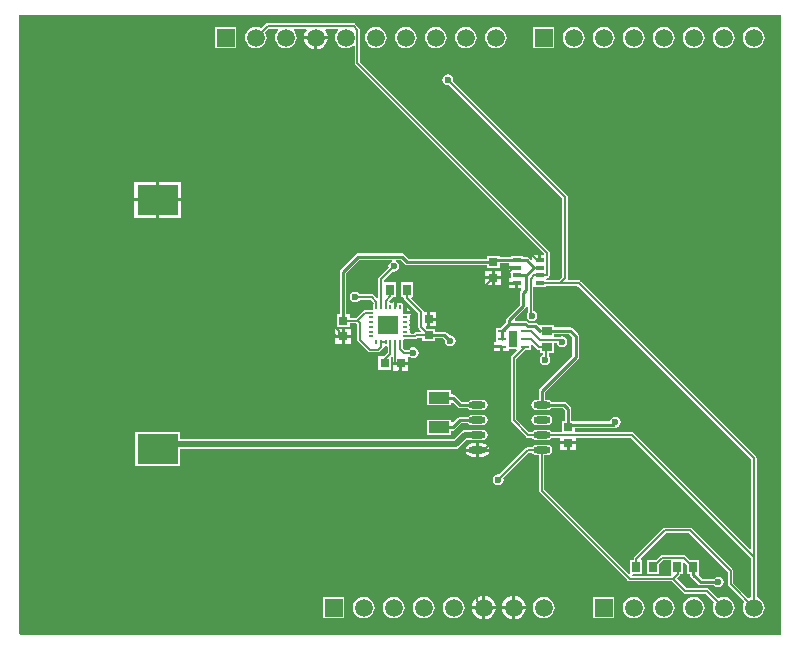
<source format=gtl>
%FSLAX25Y25*%
%MOIN*%
G70*
G01*
G75*
G04 Layer_Physical_Order=1*
G04 Layer_Color=255*
%ADD10R,0.02953X0.01378*%
%ADD11R,0.13780X0.10236*%
%ADD12R,0.02756X0.03543*%
%ADD13R,0.02953X0.03150*%
%ADD14R,0.03150X0.02953*%
%ADD15R,0.03543X0.02756*%
%ADD16R,0.02559X0.05315*%
%ADD17R,0.02953X0.00984*%
%ADD18O,0.01969X0.00787*%
%ADD19O,0.00787X0.01969*%
%ADD20R,0.06693X0.06063*%
%ADD21O,0.05709X0.02362*%
%ADD22R,0.07087X0.03937*%
%ADD23C,0.00598*%
%ADD24C,0.02016*%
%ADD25C,0.01000*%
%ADD26C,0.05906*%
%ADD27R,0.05906X0.05906*%
%ADD28C,0.02362*%
G36*
X255000Y1000D02*
X1500D01*
X1000Y1500D01*
Y207500D01*
X255000D01*
Y1000D01*
D02*
G37*
%LPC*%
G36*
X186575Y64342D02*
X184500D01*
Y62366D01*
X186575D01*
Y64342D01*
D02*
G37*
G36*
X183500D02*
X181425D01*
Y62366D01*
X183500D01*
Y64342D01*
D02*
G37*
G36*
X155445Y64724D02*
X154272D01*
Y63000D01*
X157569D01*
X157499Y63351D01*
X157017Y64073D01*
X156296Y64555D01*
X155445Y64724D01*
D02*
G37*
G36*
X153272D02*
X152098D01*
X151247Y64555D01*
X150526Y64073D01*
X150044Y63351D01*
X149974Y63000D01*
X153272D01*
Y64724D01*
D02*
G37*
G36*
X166406Y13921D02*
Y10500D01*
X169827D01*
X169757Y11032D01*
X169358Y11993D01*
X168725Y12819D01*
X167899Y13453D01*
X166937Y13851D01*
X166406Y13921D01*
D02*
G37*
G36*
X165406D02*
X164874Y13851D01*
X163912Y13453D01*
X163086Y12819D01*
X162453Y11993D01*
X162055Y11032D01*
X161985Y10500D01*
X165406D01*
Y13921D01*
D02*
G37*
G36*
X157569Y62000D02*
X154272D01*
Y60276D01*
X155445D01*
X156296Y60445D01*
X157017Y60927D01*
X157499Y61649D01*
X157569Y62000D01*
D02*
G37*
G36*
X153272D02*
X149974D01*
X150044Y61649D01*
X150526Y60927D01*
X151247Y60445D01*
X152098Y60276D01*
X153272D01*
Y62000D01*
D02*
G37*
G36*
X161409Y96441D02*
X159433D01*
Y95449D01*
X161409D01*
Y96441D01*
D02*
G37*
G36*
X130634Y91000D02*
X128657D01*
Y88925D01*
X130634D01*
Y91000D01*
D02*
G37*
G36*
X111575Y99843D02*
X109500D01*
Y97866D01*
X111575D01*
Y99843D01*
D02*
G37*
G36*
X108500D02*
X106425D01*
Y97866D01*
X108500D01*
Y99843D01*
D02*
G37*
G36*
X155445Y74314D02*
X152098D01*
X151404Y74176D01*
X150815Y73783D01*
X150707Y73620D01*
X148000D01*
X147571Y73535D01*
X147208Y73292D01*
X145604Y71688D01*
X145142Y71879D01*
Y72646D01*
X136858D01*
Y67512D01*
X145142D01*
Y68959D01*
X145579D01*
X146007Y69044D01*
X146371Y69287D01*
X148464Y71380D01*
X150707D01*
X150815Y71217D01*
X151404Y70824D01*
X152098Y70686D01*
X155445D01*
X156139Y70824D01*
X156728Y71217D01*
X157121Y71806D01*
X157259Y72500D01*
X157121Y73194D01*
X156728Y73783D01*
X156139Y74176D01*
X155445Y74314D01*
D02*
G37*
G36*
Y69314D02*
X152098D01*
X151404Y69176D01*
X151346Y69138D01*
X149500D01*
X148873Y69013D01*
X148342Y68658D01*
X145822Y66138D01*
X54732D01*
Y68512D01*
X39756D01*
Y57079D01*
X54732D01*
Y62862D01*
X146500D01*
X147127Y62987D01*
X147658Y63342D01*
X150178Y65862D01*
X151346D01*
X151404Y65824D01*
X152098Y65686D01*
X155445D01*
X156139Y65824D01*
X156728Y66217D01*
X157121Y66806D01*
X157259Y67500D01*
X157121Y68194D01*
X156728Y68783D01*
X156139Y69176D01*
X155445Y69314D01*
D02*
G37*
G36*
X127657Y91000D02*
X125681D01*
Y88925D01*
X127657D01*
Y91000D01*
D02*
G37*
G36*
X145142Y82488D02*
X136858D01*
Y77354D01*
X145142D01*
Y78121D01*
X145604Y78312D01*
X147208Y76708D01*
X147571Y76465D01*
X148000Y76380D01*
X150707D01*
X150815Y76217D01*
X151404Y75824D01*
X152098Y75686D01*
X155445D01*
X156139Y75824D01*
X156728Y76217D01*
X157121Y76806D01*
X157259Y77500D01*
X157121Y78194D01*
X156728Y78783D01*
X156139Y79176D01*
X155445Y79314D01*
X152098D01*
X151404Y79176D01*
X150815Y78783D01*
X150707Y78620D01*
X148464D01*
X146371Y80713D01*
X146007Y80956D01*
X145579Y81041D01*
X145142D01*
Y82488D01*
D02*
G37*
G36*
X125906Y13582D02*
X124979Y13460D01*
X124115Y13102D01*
X123373Y12533D01*
X122804Y11791D01*
X122446Y10927D01*
X122324Y10000D01*
X122446Y9073D01*
X122804Y8209D01*
X123373Y7467D01*
X124115Y6898D01*
X124979Y6540D01*
X125906Y6418D01*
X126833Y6540D01*
X127697Y6898D01*
X128438Y7467D01*
X129007Y8209D01*
X129365Y9073D01*
X129487Y10000D01*
X129365Y10927D01*
X129007Y11791D01*
X128438Y12533D01*
X127697Y13102D01*
X126833Y13460D01*
X125906Y13582D01*
D02*
G37*
G36*
X115906D02*
X114979Y13460D01*
X114115Y13102D01*
X113373Y12533D01*
X112804Y11791D01*
X112446Y10927D01*
X112324Y10000D01*
X112446Y9073D01*
X112804Y8209D01*
X113373Y7467D01*
X114115Y6898D01*
X114979Y6540D01*
X115906Y6418D01*
X116833Y6540D01*
X117696Y6898D01*
X118438Y7467D01*
X119008Y8209D01*
X119365Y9073D01*
X119487Y10000D01*
X119365Y10927D01*
X119008Y11791D01*
X118438Y12533D01*
X117696Y13102D01*
X116833Y13460D01*
X115906Y13582D01*
D02*
G37*
G36*
X145906D02*
X144979Y13460D01*
X144115Y13102D01*
X143373Y12533D01*
X142804Y11791D01*
X142446Y10927D01*
X142324Y10000D01*
X142446Y9073D01*
X142804Y8209D01*
X143373Y7467D01*
X144115Y6898D01*
X144979Y6540D01*
X145906Y6418D01*
X146833Y6540D01*
X147696Y6898D01*
X148438Y7467D01*
X149007Y8209D01*
X149365Y9073D01*
X149487Y10000D01*
X149365Y10927D01*
X149007Y11791D01*
X148438Y12533D01*
X147696Y13102D01*
X146833Y13460D01*
X145906Y13582D01*
D02*
G37*
G36*
X135906D02*
X134979Y13460D01*
X134115Y13102D01*
X133373Y12533D01*
X132804Y11791D01*
X132446Y10927D01*
X132324Y10000D01*
X132446Y9073D01*
X132804Y8209D01*
X133373Y7467D01*
X134115Y6898D01*
X134979Y6540D01*
X135906Y6418D01*
X136833Y6540D01*
X137697Y6898D01*
X138438Y7467D01*
X139007Y8209D01*
X139365Y9073D01*
X139487Y10000D01*
X139365Y10927D01*
X139007Y11791D01*
X138438Y12533D01*
X137697Y13102D01*
X136833Y13460D01*
X135906Y13582D01*
D02*
G37*
G36*
X159827Y9500D02*
X156406D01*
Y6079D01*
X156938Y6149D01*
X157899Y6547D01*
X158725Y7181D01*
X159358Y8007D01*
X159757Y8968D01*
X159827Y9500D01*
D02*
G37*
G36*
X155406D02*
X151985D01*
X152055Y8968D01*
X152453Y8007D01*
X153086Y7181D01*
X153912Y6547D01*
X154874Y6149D01*
X155406Y6079D01*
Y9500D01*
D02*
G37*
G36*
X169827D02*
X166406D01*
Y6079D01*
X166937Y6149D01*
X167899Y6547D01*
X168725Y7181D01*
X169358Y8007D01*
X169757Y8968D01*
X169827Y9500D01*
D02*
G37*
G36*
X165406D02*
X161985D01*
X162055Y8968D01*
X162453Y8007D01*
X163086Y7181D01*
X163912Y6547D01*
X164874Y6149D01*
X165406Y6079D01*
Y9500D01*
D02*
G37*
G36*
X199457Y13551D02*
X192354D01*
Y6449D01*
X199457D01*
Y13551D01*
D02*
G37*
G36*
X109457D02*
X102354D01*
Y6449D01*
X109457D01*
Y13551D01*
D02*
G37*
G36*
X156406Y13921D02*
Y10500D01*
X159827D01*
X159757Y11032D01*
X159358Y11993D01*
X158725Y12819D01*
X157899Y13453D01*
X156938Y13851D01*
X156406Y13921D01*
D02*
G37*
G36*
X155406D02*
X154874Y13851D01*
X153912Y13453D01*
X153086Y12819D01*
X152453Y11993D01*
X152055Y11032D01*
X151985Y10500D01*
X155406D01*
Y13921D01*
D02*
G37*
G36*
X205906Y13582D02*
X204979Y13460D01*
X204115Y13102D01*
X203373Y12533D01*
X202804Y11791D01*
X202446Y10927D01*
X202324Y10000D01*
X202446Y9073D01*
X202804Y8209D01*
X203373Y7467D01*
X204115Y6898D01*
X204979Y6540D01*
X205906Y6418D01*
X206833Y6540D01*
X207697Y6898D01*
X208438Y7467D01*
X209008Y8209D01*
X209365Y9073D01*
X209487Y10000D01*
X209365Y10927D01*
X209008Y11791D01*
X208438Y12533D01*
X207697Y13102D01*
X206833Y13460D01*
X205906Y13582D01*
D02*
G37*
G36*
X175906D02*
X174979Y13460D01*
X174115Y13102D01*
X173373Y12533D01*
X172804Y11791D01*
X172446Y10927D01*
X172324Y10000D01*
X172446Y9073D01*
X172804Y8209D01*
X173373Y7467D01*
X174115Y6898D01*
X174979Y6540D01*
X175906Y6418D01*
X176833Y6540D01*
X177697Y6898D01*
X178438Y7467D01*
X179007Y8209D01*
X179365Y9073D01*
X179487Y10000D01*
X179365Y10927D01*
X179007Y11791D01*
X178438Y12533D01*
X177697Y13102D01*
X176833Y13460D01*
X175906Y13582D01*
D02*
G37*
G36*
X225906D02*
X224979Y13460D01*
X224115Y13102D01*
X223373Y12533D01*
X222804Y11791D01*
X222446Y10927D01*
X222324Y10000D01*
X222446Y9073D01*
X222804Y8209D01*
X223373Y7467D01*
X224115Y6898D01*
X224979Y6540D01*
X225906Y6418D01*
X226833Y6540D01*
X227696Y6898D01*
X228438Y7467D01*
X229008Y8209D01*
X229365Y9073D01*
X229487Y10000D01*
X229365Y10927D01*
X229008Y11791D01*
X228438Y12533D01*
X227696Y13102D01*
X226833Y13460D01*
X225906Y13582D01*
D02*
G37*
G36*
X215906D02*
X214979Y13460D01*
X214115Y13102D01*
X213373Y12533D01*
X212804Y11791D01*
X212446Y10927D01*
X212324Y10000D01*
X212446Y9073D01*
X212804Y8209D01*
X213373Y7467D01*
X214115Y6898D01*
X214979Y6540D01*
X215906Y6418D01*
X216833Y6540D01*
X217696Y6898D01*
X218438Y7467D01*
X219007Y8209D01*
X219365Y9073D01*
X219487Y10000D01*
X219365Y10927D01*
X219007Y11791D01*
X218438Y12533D01*
X217696Y13102D01*
X216833Y13460D01*
X215906Y13582D01*
D02*
G37*
G36*
X149921Y203582D02*
X148994Y203460D01*
X148130Y203102D01*
X147389Y202533D01*
X146819Y201791D01*
X146461Y200927D01*
X146339Y200000D01*
X146461Y199073D01*
X146819Y198209D01*
X147389Y197467D01*
X148130Y196898D01*
X148994Y196540D01*
X149921Y196418D01*
X150848Y196540D01*
X151712Y196898D01*
X152454Y197467D01*
X153023Y198209D01*
X153381Y199073D01*
X153503Y200000D01*
X153381Y200927D01*
X153023Y201791D01*
X152454Y202533D01*
X151712Y203102D01*
X150848Y203460D01*
X149921Y203582D01*
D02*
G37*
G36*
X139921D02*
X138994Y203460D01*
X138130Y203102D01*
X137389Y202533D01*
X136819Y201791D01*
X136461Y200927D01*
X136339Y200000D01*
X136461Y199073D01*
X136819Y198209D01*
X137389Y197467D01*
X138130Y196898D01*
X138994Y196540D01*
X139921Y196418D01*
X140848Y196540D01*
X141712Y196898D01*
X142454Y197467D01*
X143023Y198209D01*
X143381Y199073D01*
X143503Y200000D01*
X143381Y200927D01*
X143023Y201791D01*
X142454Y202533D01*
X141712Y203102D01*
X140848Y203460D01*
X139921Y203582D01*
D02*
G37*
G36*
X185906D02*
X184979Y203460D01*
X184115Y203102D01*
X183373Y202533D01*
X182804Y201791D01*
X182446Y200927D01*
X182324Y200000D01*
X182446Y199073D01*
X182804Y198209D01*
X183373Y197467D01*
X184115Y196898D01*
X184979Y196540D01*
X185906Y196418D01*
X186833Y196540D01*
X187697Y196898D01*
X188438Y197467D01*
X189007Y198209D01*
X189365Y199073D01*
X189487Y200000D01*
X189365Y200927D01*
X189007Y201791D01*
X188438Y202533D01*
X187697Y203102D01*
X186833Y203460D01*
X185906Y203582D01*
D02*
G37*
G36*
X159921D02*
X158994Y203460D01*
X158130Y203102D01*
X157388Y202533D01*
X156819Y201791D01*
X156461Y200927D01*
X156339Y200000D01*
X156461Y199073D01*
X156819Y198209D01*
X157388Y197467D01*
X158130Y196898D01*
X158994Y196540D01*
X159921Y196418D01*
X160848Y196540D01*
X161712Y196898D01*
X162454Y197467D01*
X163023Y198209D01*
X163381Y199073D01*
X163503Y200000D01*
X163381Y200927D01*
X163023Y201791D01*
X162454Y202533D01*
X161712Y203102D01*
X160848Y203460D01*
X159921Y203582D01*
D02*
G37*
G36*
X103842Y199500D02*
X100421D01*
Y196079D01*
X100953Y196149D01*
X101915Y196547D01*
X102740Y197181D01*
X103374Y198007D01*
X103772Y198968D01*
X103842Y199500D01*
D02*
G37*
G36*
X99421D02*
X96000D01*
X96070Y198968D01*
X96469Y198007D01*
X97102Y197181D01*
X97928Y196547D01*
X98889Y196149D01*
X99421Y196079D01*
Y199500D01*
D02*
G37*
G36*
X129921Y203582D02*
X128994Y203460D01*
X128130Y203102D01*
X127389Y202533D01*
X126819Y201791D01*
X126461Y200927D01*
X126339Y200000D01*
X126461Y199073D01*
X126819Y198209D01*
X127389Y197467D01*
X128130Y196898D01*
X128994Y196540D01*
X129921Y196418D01*
X130848Y196540D01*
X131712Y196898D01*
X132454Y197467D01*
X133023Y198209D01*
X133381Y199073D01*
X133503Y200000D01*
X133381Y200927D01*
X133023Y201791D01*
X132454Y202533D01*
X131712Y203102D01*
X130848Y203460D01*
X129921Y203582D01*
D02*
G37*
G36*
X119921D02*
X118994Y203460D01*
X118130Y203102D01*
X117388Y202533D01*
X116819Y201791D01*
X116461Y200927D01*
X116339Y200000D01*
X116461Y199073D01*
X116819Y198209D01*
X117388Y197467D01*
X118130Y196898D01*
X118994Y196540D01*
X119921Y196418D01*
X120848Y196540D01*
X121712Y196898D01*
X122454Y197467D01*
X123023Y198209D01*
X123381Y199073D01*
X123503Y200000D01*
X123381Y200927D01*
X123023Y201791D01*
X122454Y202533D01*
X121712Y203102D01*
X120848Y203460D01*
X119921Y203582D01*
D02*
G37*
G36*
X195906D02*
X194979Y203460D01*
X194115Y203102D01*
X193373Y202533D01*
X192804Y201791D01*
X192446Y200927D01*
X192324Y200000D01*
X192446Y199073D01*
X192804Y198209D01*
X193373Y197467D01*
X194115Y196898D01*
X194979Y196540D01*
X195906Y196418D01*
X196833Y196540D01*
X197696Y196898D01*
X198438Y197467D01*
X199007Y198209D01*
X199365Y199073D01*
X199487Y200000D01*
X199365Y200927D01*
X199007Y201791D01*
X198438Y202533D01*
X197696Y203102D01*
X196833Y203460D01*
X195906Y203582D01*
D02*
G37*
G36*
X73472Y203551D02*
X66370D01*
Y196449D01*
X73472D01*
Y203551D01*
D02*
G37*
G36*
X245906Y203582D02*
X244979Y203460D01*
X244115Y203102D01*
X243373Y202533D01*
X242804Y201791D01*
X242446Y200927D01*
X242324Y200000D01*
X242446Y199073D01*
X242804Y198209D01*
X243373Y197467D01*
X244115Y196898D01*
X244979Y196540D01*
X245906Y196418D01*
X246833Y196540D01*
X247696Y196898D01*
X248438Y197467D01*
X249008Y198209D01*
X249365Y199073D01*
X249487Y200000D01*
X249365Y200927D01*
X249008Y201791D01*
X248438Y202533D01*
X247696Y203102D01*
X246833Y203460D01*
X245906Y203582D01*
D02*
G37*
G36*
X112500Y204815D02*
X112500Y204815D01*
X83821D01*
X83471Y204746D01*
X83352Y204666D01*
X83174Y204547D01*
X83174Y204547D01*
X81722Y203095D01*
X81712Y203102D01*
X80848Y203460D01*
X79921Y203582D01*
X78994Y203460D01*
X78130Y203102D01*
X77389Y202533D01*
X76819Y201791D01*
X76461Y200927D01*
X76339Y200000D01*
X76461Y199073D01*
X76819Y198209D01*
X77389Y197467D01*
X78130Y196898D01*
X78994Y196540D01*
X79921Y196418D01*
X80848Y196540D01*
X81712Y196898D01*
X82454Y197467D01*
X83023Y198209D01*
X83381Y199073D01*
X83503Y200000D01*
X83381Y200927D01*
X83023Y201791D01*
X83016Y201800D01*
X84200Y202985D01*
X87235D01*
X87267Y202889D01*
X87352Y202485D01*
X86819Y201791D01*
X86461Y200927D01*
X86339Y200000D01*
X86461Y199073D01*
X86819Y198209D01*
X87388Y197467D01*
X88130Y196898D01*
X88994Y196540D01*
X89921Y196418D01*
X90848Y196540D01*
X91712Y196898D01*
X92454Y197467D01*
X93023Y198209D01*
X93381Y199073D01*
X93503Y200000D01*
X93381Y200927D01*
X93023Y201791D01*
X92491Y202485D01*
X92575Y202889D01*
X92607Y202985D01*
X96599D01*
X96846Y202485D01*
X96469Y201993D01*
X96070Y201032D01*
X96000Y200500D01*
X103842D01*
X103772Y201032D01*
X103374Y201993D01*
X102997Y202485D01*
X103244Y202985D01*
X107235D01*
X107267Y202889D01*
X107352Y202485D01*
X106819Y201791D01*
X106461Y200927D01*
X106339Y200000D01*
X106461Y199073D01*
X106819Y198209D01*
X107388Y197467D01*
X108130Y196898D01*
X108994Y196540D01*
X109921Y196418D01*
X110848Y196540D01*
X111712Y196898D01*
X112385Y197414D01*
X112885Y197290D01*
Y191500D01*
X112885Y191500D01*
X112954Y191150D01*
X113153Y190853D01*
X175978Y128028D01*
X175827Y127528D01*
X175028D01*
Y125839D01*
X174028D01*
Y127528D01*
X172051D01*
Y126186D01*
X171589Y125995D01*
X170953Y126630D01*
X170590Y126873D01*
X170161Y126959D01*
X169004D01*
Y127126D01*
X164854D01*
Y126959D01*
X161173D01*
Y127232D01*
X156827D01*
Y126277D01*
X130807D01*
X129292Y127792D01*
X128929Y128035D01*
X128500Y128120D01*
X114000D01*
X113571Y128035D01*
X113426Y127937D01*
X113208Y127792D01*
X108208Y122792D01*
X107965Y122429D01*
X107880Y122000D01*
Y107732D01*
X106827D01*
Y103583D01*
X111173D01*
Y104742D01*
X113463D01*
X113785Y104421D01*
Y99300D01*
X113785Y99300D01*
X113854Y98950D01*
X114053Y98653D01*
X117353Y95353D01*
X117353Y95353D01*
X117650Y95154D01*
X118000Y95085D01*
X120700D01*
X120700Y95085D01*
X121050Y95154D01*
X121347Y95353D01*
X122301Y96306D01*
X122301Y96306D01*
X122420Y96484D01*
X122499Y96603D01*
X122520Y96710D01*
X122752Y96990D01*
X123069Y97052D01*
X123228Y97020D01*
X123388Y97052D01*
X123888Y96723D01*
Y95037D01*
X122525Y93673D01*
X120768D01*
Y89327D01*
X124917D01*
Y93351D01*
X125196Y93569D01*
X125681Y93352D01*
Y92000D01*
X130634D01*
Y93582D01*
Y93608D01*
X131134Y93760D01*
X131164Y93714D01*
X131753Y93321D01*
X132447Y93183D01*
X133142Y93321D01*
X133730Y93714D01*
X134124Y94303D01*
X134262Y94997D01*
X134124Y95692D01*
X133730Y96280D01*
X133142Y96674D01*
X132447Y96812D01*
X131753Y96674D01*
X131164Y96280D01*
X130919Y95912D01*
X129585D01*
X128868Y96629D01*
Y97615D01*
X128887Y97644D01*
X128964Y98031D01*
Y98906D01*
X129089Y99257D01*
X129440Y99382D01*
X130315D01*
X130702Y99459D01*
X130731Y99479D01*
X132894D01*
X132894Y99479D01*
X133244Y99548D01*
X133541Y99747D01*
X133722Y99927D01*
X135327D01*
Y98768D01*
X139673D01*
Y99723D01*
X142294D01*
X142924Y99092D01*
X142886Y98900D01*
X143024Y98206D01*
X143417Y97617D01*
X144006Y97224D01*
X144700Y97086D01*
X145394Y97224D01*
X145983Y97617D01*
X146376Y98206D01*
X146514Y98900D01*
X146376Y99594D01*
X145983Y100183D01*
X145394Y100576D01*
X144700Y100714D01*
X144508Y100676D01*
X143549Y101635D01*
X143186Y101877D01*
X142757Y101962D01*
X139673D01*
Y102917D01*
X136827D01*
X136587Y103214D01*
X136792Y103681D01*
X137000D01*
Y106158D01*
Y108634D01*
X135900D01*
X135846Y108906D01*
X135647Y109203D01*
X135647Y109203D01*
X131682Y113168D01*
X131874Y113630D01*
X132232D01*
Y118370D01*
X128280D01*
Y113630D01*
X129006D01*
X129341Y113300D01*
X129410Y112950D01*
X129609Y112653D01*
X134085Y108177D01*
Y103400D01*
X134085Y103400D01*
X134154Y103050D01*
X134353Y102753D01*
X134848Y102258D01*
X134641Y101758D01*
X133343D01*
X133343Y101758D01*
X132992Y101688D01*
X132695Y101490D01*
X132695Y101490D01*
X132515Y101309D01*
X131623D01*
X131295Y101809D01*
X131326Y101969D01*
X131249Y102356D01*
X131241Y102368D01*
X131063Y102756D01*
X131241Y103144D01*
X131249Y103156D01*
X131326Y103543D01*
X131249Y103930D01*
X131241Y103943D01*
X131063Y104331D01*
X131241Y104719D01*
X131249Y104731D01*
X131326Y105118D01*
X131249Y105505D01*
X131241Y105517D01*
X131063Y105906D01*
X131241Y106294D01*
X131249Y106306D01*
X131326Y106693D01*
X131249Y107080D01*
X131281Y107237D01*
X131320Y107263D01*
X131628Y107724D01*
X131637Y107768D01*
X129724D01*
Y108268D01*
X129224D01*
Y109689D01*
X129134D01*
X128964Y109828D01*
Y110630D01*
X128887Y111017D01*
X128668Y111345D01*
X128340Y111565D01*
X127953Y111642D01*
X127566Y111565D01*
X127409Y111596D01*
X127383Y111635D01*
X126922Y111943D01*
X126878Y111951D01*
Y110039D01*
X125878D01*
Y111951D01*
X125834Y111943D01*
X125373Y111635D01*
X125347Y111596D01*
X125190Y111565D01*
X124803Y111642D01*
X124644Y111610D01*
X124636Y111613D01*
X124392Y112070D01*
X125391Y113068D01*
X125391Y113068D01*
X125510Y113246D01*
X125590Y113365D01*
X125642Y113630D01*
X126720D01*
Y118370D01*
X122768D01*
X122569Y118788D01*
Y119074D01*
X125466Y121972D01*
X125900Y121886D01*
X126594Y122024D01*
X127183Y122417D01*
X127576Y123006D01*
X127714Y123700D01*
X127576Y124394D01*
X127183Y124983D01*
X126594Y125376D01*
X126575Y125380D01*
X126625Y125880D01*
X128036D01*
X129551Y124365D01*
X129914Y124123D01*
X130343Y124037D01*
X156827D01*
Y123083D01*
X161173D01*
Y124719D01*
X164453D01*
Y123780D01*
X166929D01*
Y122780D01*
X164453D01*
Y121591D01*
X164854D01*
Y119850D01*
X164453D01*
Y118661D01*
X166929D01*
Y118161D01*
X167429D01*
Y116472D01*
X168182D01*
X168389Y115972D01*
X168208Y115792D01*
X167965Y115429D01*
X167880Y115000D01*
Y110964D01*
X163558Y106642D01*
X163316Y106279D01*
X163230Y105850D01*
Y104964D01*
X161416Y103149D01*
X159835D01*
Y100969D01*
X159835D01*
Y100591D01*
X159835D01*
Y98433D01*
X159433D01*
Y97441D01*
X161909D01*
Y96941D01*
X162409D01*
Y95449D01*
X164386D01*
Y96244D01*
X166802D01*
X167009Y95744D01*
X165231Y93966D01*
X165032Y93669D01*
X164963Y93319D01*
X164963Y93319D01*
Y72372D01*
X164963Y72372D01*
X165032Y72022D01*
X165231Y71725D01*
X170103Y66853D01*
X170103Y66853D01*
X170400Y66654D01*
X170750Y66585D01*
X170750Y66585D01*
X172027D01*
X172272Y66217D01*
X172861Y65824D01*
X173555Y65686D01*
X176902D01*
X177596Y65824D01*
X178185Y66217D01*
X178430Y66585D01*
X181425D01*
Y65342D01*
X186575D01*
Y66585D01*
X204821D01*
X244990Y26415D01*
Y13461D01*
X244979Y13460D01*
X244115Y13102D01*
X244105Y13095D01*
X239077Y18123D01*
Y22153D01*
X239008Y22503D01*
X238928Y22622D01*
X238809Y22800D01*
X238809Y22800D01*
X225262Y36347D01*
X224965Y36546D01*
X224615Y36615D01*
X224615Y36615D01*
X216244D01*
X216244Y36615D01*
X215894Y36546D01*
X215597Y36347D01*
X215597Y36347D01*
X206097Y26847D01*
X205898Y26550D01*
X205829Y26200D01*
X205494Y25870D01*
X204768D01*
X204768Y21504D01*
Y21479D01*
D01*
Y21455D01*
X204768Y21444D01*
Y21437D01*
Y21434D01*
Y21434D01*
X204760Y21431D01*
X204745Y21425D01*
X204725Y21416D01*
X204690Y21402D01*
X204690Y21402D01*
X204683Y21399D01*
X204268Y21227D01*
X176115Y49379D01*
Y60686D01*
X176902D01*
X177596Y60824D01*
X178185Y61217D01*
X178578Y61806D01*
X178716Y62500D01*
X178578Y63194D01*
X178185Y63783D01*
X177596Y64176D01*
X176902Y64314D01*
X173555D01*
X172861Y64176D01*
X172272Y63783D01*
X172027Y63415D01*
X170550D01*
X170550Y63415D01*
X170200Y63346D01*
X169903Y63147D01*
X169903Y63147D01*
X161109Y54353D01*
X160675Y54439D01*
X159981Y54301D01*
X159392Y53908D01*
X158999Y53319D01*
X158861Y52625D01*
X158999Y51931D01*
X159392Y51342D01*
X159981Y50949D01*
X160675Y50811D01*
X161369Y50949D01*
X161958Y51342D01*
X162351Y51931D01*
X162489Y52625D01*
X162403Y53059D01*
X170929Y61585D01*
X172027D01*
X172272Y61217D01*
X172861Y60824D01*
X173555Y60686D01*
X174285D01*
Y49000D01*
X174285Y49000D01*
X174354Y48650D01*
X174553Y48353D01*
X203919Y18986D01*
X203919Y18986D01*
X204216Y18788D01*
X204566Y18718D01*
X204567Y18718D01*
X218599D01*
X222464Y14853D01*
X222464Y14853D01*
X222642Y14734D01*
X222761Y14654D01*
X223111Y14585D01*
X230027D01*
X232811Y11800D01*
X232804Y11791D01*
X232446Y10927D01*
X232324Y10000D01*
X232446Y9073D01*
X232804Y8209D01*
X233373Y7467D01*
X234115Y6898D01*
X234979Y6540D01*
X235906Y6418D01*
X236833Y6540D01*
X237697Y6898D01*
X238438Y7467D01*
X239007Y8209D01*
X239365Y9073D01*
X239487Y10000D01*
X239365Y10927D01*
X239007Y11791D01*
X238438Y12533D01*
X237697Y13102D01*
X236833Y13460D01*
X235906Y13582D01*
X234979Y13460D01*
X234115Y13102D01*
X234105Y13095D01*
X231053Y16147D01*
X230756Y16346D01*
X230406Y16415D01*
X230405Y16415D01*
X223490D01*
X220272Y19634D01*
X221147Y20509D01*
X221147Y20509D01*
X221346Y20806D01*
X221410Y21130D01*
X222220D01*
Y25034D01*
X222720Y25241D01*
X223780Y24182D01*
Y21130D01*
X224636D01*
Y20900D01*
X224721Y20471D01*
X224964Y20108D01*
X227364Y17708D01*
X227727Y17465D01*
X228156Y17380D01*
X232708D01*
X232817Y17217D01*
X233406Y16824D01*
X234100Y16686D01*
X234794Y16824D01*
X235383Y17217D01*
X235776Y17806D01*
X235914Y18500D01*
X235776Y19194D01*
X235383Y19783D01*
X234794Y20176D01*
X234100Y20314D01*
X233406Y20176D01*
X232817Y19783D01*
X232708Y19620D01*
X228620D01*
X227550Y20690D01*
X227732Y21130D01*
X227732D01*
X227732Y21130D01*
Y25870D01*
X224680D01*
X223259Y27291D01*
X222962Y27490D01*
X222612Y27559D01*
X222612Y27559D01*
X215400D01*
X215400Y27559D01*
X215050Y27490D01*
X214753Y27291D01*
X214753Y27291D01*
X213332Y25870D01*
X210280D01*
Y21130D01*
X214232D01*
Y24182D01*
X215779Y25729D01*
X218268D01*
Y21130D01*
X218268D01*
X218280Y20630D01*
X218226Y20549D01*
X205372D01*
X205318Y20630D01*
X205585Y21130D01*
X208720D01*
Y25870D01*
X208362D01*
X208170Y26332D01*
X216623Y34785D01*
X224236D01*
X237247Y21774D01*
Y17743D01*
X237247Y17743D01*
X237317Y17393D01*
X237515Y17096D01*
X242811Y11800D01*
X242804Y11791D01*
X242446Y10927D01*
X242324Y10000D01*
X242446Y9073D01*
X242804Y8209D01*
X243373Y7467D01*
X244115Y6898D01*
X244979Y6540D01*
X245906Y6418D01*
X246833Y6540D01*
X247696Y6898D01*
X248438Y7467D01*
X249008Y8209D01*
X249365Y9073D01*
X249487Y10000D01*
X249365Y10927D01*
X249008Y11791D01*
X248438Y12533D01*
X247696Y13102D01*
X246833Y13460D01*
X246821Y13461D01*
Y26794D01*
X246821Y26794D01*
X246821Y26794D01*
Y59756D01*
X246821Y59756D01*
X246751Y60106D01*
X246672Y60225D01*
X246553Y60403D01*
X246553Y60403D01*
X188147Y118809D01*
X187850Y119007D01*
X187500Y119077D01*
X187500Y119077D01*
X184123D01*
X183995Y119208D01*
X183846Y119560D01*
X183849Y119577D01*
X183915Y119911D01*
Y146800D01*
X183915Y146800D01*
X183846Y147150D01*
X183647Y147447D01*
X145628Y185466D01*
X145714Y185900D01*
X145576Y186594D01*
X145183Y187183D01*
X144594Y187576D01*
X143900Y187714D01*
X143206Y187576D01*
X142617Y187183D01*
X142224Y186594D01*
X142086Y185900D01*
X142224Y185206D01*
X142617Y184617D01*
X143206Y184224D01*
X143900Y184086D01*
X144334Y184172D01*
X182085Y146421D01*
Y120291D01*
X180871Y119077D01*
X176888D01*
X176788Y119356D01*
X177091Y119843D01*
X177250Y119875D01*
X177547Y120073D01*
X177647Y120173D01*
X177647Y120173D01*
X177766Y120351D01*
X177846Y120470D01*
X177915Y120820D01*
X177915Y120820D01*
Y128300D01*
X177915Y128300D01*
X177846Y128650D01*
X177647Y128947D01*
X177647Y128947D01*
X114715Y191879D01*
Y202600D01*
X114715Y202600D01*
X114646Y202950D01*
X114447Y203247D01*
X114447Y203247D01*
X113147Y204547D01*
X112850Y204746D01*
X112500Y204815D01*
D02*
G37*
G36*
X179457Y203551D02*
X172354D01*
Y196449D01*
X179457D01*
Y203551D01*
D02*
G37*
G36*
X215906Y203582D02*
X214979Y203460D01*
X214115Y203102D01*
X213373Y202533D01*
X212804Y201791D01*
X212446Y200927D01*
X212324Y200000D01*
X212446Y199073D01*
X212804Y198209D01*
X213373Y197467D01*
X214115Y196898D01*
X214979Y196540D01*
X215906Y196418D01*
X216833Y196540D01*
X217696Y196898D01*
X218438Y197467D01*
X219007Y198209D01*
X219365Y199073D01*
X219487Y200000D01*
X219365Y200927D01*
X219007Y201791D01*
X218438Y202533D01*
X217696Y203102D01*
X216833Y203460D01*
X215906Y203582D01*
D02*
G37*
G36*
X205906D02*
X204979Y203460D01*
X204115Y203102D01*
X203373Y202533D01*
X202804Y201791D01*
X202446Y200927D01*
X202324Y200000D01*
X202446Y199073D01*
X202804Y198209D01*
X203373Y197467D01*
X204115Y196898D01*
X204979Y196540D01*
X205906Y196418D01*
X206833Y196540D01*
X207697Y196898D01*
X208438Y197467D01*
X209008Y198209D01*
X209365Y199073D01*
X209487Y200000D01*
X209365Y200927D01*
X209008Y201791D01*
X208438Y202533D01*
X207697Y203102D01*
X206833Y203460D01*
X205906Y203582D01*
D02*
G37*
G36*
X235906D02*
X234979Y203460D01*
X234115Y203102D01*
X233373Y202533D01*
X232804Y201791D01*
X232446Y200927D01*
X232324Y200000D01*
X232446Y199073D01*
X232804Y198209D01*
X233373Y197467D01*
X234115Y196898D01*
X234979Y196540D01*
X235906Y196418D01*
X236833Y196540D01*
X237697Y196898D01*
X238438Y197467D01*
X239007Y198209D01*
X239365Y199073D01*
X239487Y200000D01*
X239365Y200927D01*
X239007Y201791D01*
X238438Y202533D01*
X237697Y203102D01*
X236833Y203460D01*
X235906Y203582D01*
D02*
G37*
G36*
X225906D02*
X224979Y203460D01*
X224115Y203102D01*
X223373Y202533D01*
X222804Y201791D01*
X222446Y200927D01*
X222324Y200000D01*
X222446Y199073D01*
X222804Y198209D01*
X223373Y197467D01*
X224115Y196898D01*
X224979Y196540D01*
X225906Y196418D01*
X226833Y196540D01*
X227696Y196898D01*
X228438Y197467D01*
X229008Y198209D01*
X229365Y199073D01*
X229487Y200000D01*
X229365Y200927D01*
X229008Y201791D01*
X228438Y202533D01*
X227696Y203102D01*
X226833Y203460D01*
X225906Y203582D01*
D02*
G37*
G36*
X55134Y151984D02*
X47744D01*
Y146366D01*
X55134D01*
Y151984D01*
D02*
G37*
G36*
X166429Y117661D02*
X164453D01*
Y116472D01*
X166429D01*
Y117661D01*
D02*
G37*
G36*
X108500Y102819D02*
X106425D01*
Y100842D01*
X108500D01*
Y102819D01*
D02*
G37*
G36*
X111575D02*
X109500D01*
Y100842D01*
X111575D01*
Y102819D01*
D02*
G37*
G36*
X140075Y105657D02*
X138000D01*
Y103681D01*
X140075D01*
Y105657D01*
D02*
G37*
G36*
Y108634D02*
X138000D01*
Y106658D01*
X140075D01*
Y108634D01*
D02*
G37*
G36*
X130315Y109689D02*
X130224D01*
Y108768D01*
X131637D01*
X131628Y108812D01*
X131320Y109273D01*
X130859Y109581D01*
X130315Y109689D01*
D02*
G37*
G36*
X158500Y119343D02*
X156425D01*
Y117366D01*
X158500D01*
Y119343D01*
D02*
G37*
G36*
X46744Y151984D02*
X39354D01*
Y146366D01*
X46744D01*
Y151984D01*
D02*
G37*
G36*
Y145366D02*
X39354D01*
Y139748D01*
X46744D01*
Y145366D01*
D02*
G37*
G36*
X55134D02*
X47744D01*
Y139748D01*
X55134D01*
Y145366D01*
D02*
G37*
G36*
X161575Y119343D02*
X159500D01*
Y117366D01*
X161575D01*
Y119343D01*
D02*
G37*
G36*
X158500Y122319D02*
X156425D01*
Y120343D01*
X158500D01*
Y122319D01*
D02*
G37*
G36*
X161575D02*
X159500D01*
Y120343D01*
X161575D01*
Y122319D01*
D02*
G37*
%LPD*%
G36*
X185380Y100036D02*
Y93964D01*
X174508Y83092D01*
X174265Y82729D01*
X174180Y82300D01*
Y79314D01*
X173555D01*
X172861Y79176D01*
X172272Y78783D01*
X171879Y78194D01*
X171741Y77500D01*
X171879Y76806D01*
X172272Y76217D01*
X172861Y75824D01*
X173555Y75686D01*
X176902D01*
X177596Y75824D01*
X178185Y76217D01*
X178294Y76380D01*
X182286D01*
X182880Y75786D01*
Y72232D01*
X181827D01*
Y68415D01*
X178430D01*
X178185Y68783D01*
X177596Y69176D01*
X176902Y69314D01*
X173555D01*
X172861Y69176D01*
X172272Y68783D01*
X172027Y68415D01*
X171129D01*
X166793Y72751D01*
Y92940D01*
X169704Y95850D01*
X171622D01*
Y97576D01*
X172122Y97784D01*
X173809Y96097D01*
X173809Y96097D01*
X173987Y95978D01*
X174106Y95898D01*
X174456Y95829D01*
X174630D01*
Y94768D01*
X175685D01*
Y94192D01*
X175606Y94176D01*
X175017Y93783D01*
X174624Y93194D01*
X174486Y92500D01*
X174624Y91806D01*
X175017Y91217D01*
X175606Y90824D01*
X176300Y90686D01*
X176994Y90824D01*
X177583Y91217D01*
X177976Y91806D01*
X178114Y92500D01*
X177976Y93194D01*
X177583Y93783D01*
X177515Y93828D01*
Y94768D01*
X179370D01*
Y98185D01*
X180168D01*
X180224Y97906D01*
X180617Y97317D01*
X181206Y96924D01*
X181900Y96786D01*
X182594Y96924D01*
X183183Y97317D01*
X183576Y97906D01*
X183714Y98600D01*
X183576Y99294D01*
X183183Y99883D01*
X182594Y100276D01*
X181900Y100414D01*
X181206Y100276D01*
X180815Y100015D01*
X179761D01*
X179370Y100280D01*
Y101136D01*
X184280D01*
X185380Y100036D01*
D02*
G37*
G36*
X244990Y59377D02*
Y29657D01*
X244528Y29466D01*
X205847Y68147D01*
X205550Y68346D01*
X205200Y68415D01*
X205200Y68415D01*
X186173D01*
Y69880D01*
X199000D01*
X199429Y69965D01*
X199537Y70038D01*
X199800Y69986D01*
X200494Y70124D01*
X201083Y70517D01*
X201476Y71106D01*
X201614Y71800D01*
X201476Y72494D01*
X201083Y73083D01*
X200494Y73476D01*
X199800Y73614D01*
X199106Y73476D01*
X198517Y73083D01*
X198124Y72494D01*
X198049Y72120D01*
X186173D01*
Y72232D01*
X185120D01*
Y76250D01*
X185035Y76679D01*
X184938Y76824D01*
X184792Y77042D01*
X183542Y78292D01*
X183179Y78535D01*
X182750Y78620D01*
X178294D01*
X178185Y78783D01*
X177596Y79176D01*
X176902Y79314D01*
X176420D01*
Y81836D01*
X187292Y92708D01*
X187535Y93071D01*
X187620Y93500D01*
Y100500D01*
X187535Y100929D01*
X187292Y101292D01*
X185536Y103048D01*
X185173Y103291D01*
X184744Y103376D01*
X179370D01*
Y104232D01*
X174630D01*
X174630Y104232D01*
Y104232D01*
X174156Y104228D01*
X173890Y104493D01*
X173527Y104736D01*
X173098Y104822D01*
X170973D01*
X170503Y105292D01*
X170140Y105535D01*
X169711Y105620D01*
X166357D01*
X166166Y106082D01*
X169792Y109708D01*
X169938Y109926D01*
X170035Y110071D01*
X170085Y110323D01*
X170585Y110274D01*
Y108385D01*
X170324Y107994D01*
X170186Y107300D01*
X170324Y106606D01*
X170717Y106017D01*
X171306Y105624D01*
X172000Y105486D01*
X172694Y105624D01*
X173283Y106017D01*
X173676Y106606D01*
X173814Y107300D01*
X173676Y107994D01*
X173283Y108583D01*
X172694Y108976D01*
X172415Y109032D01*
Y116390D01*
X172453Y116874D01*
X176602D01*
Y117246D01*
X181250D01*
X181250Y117246D01*
X181250Y117246D01*
X187121D01*
X244990Y59377D01*
D02*
G37*
G36*
X125225Y125380D02*
X125206Y125376D01*
X124617Y124983D01*
X124224Y124394D01*
X124086Y123700D01*
X124172Y123266D01*
X121006Y120101D01*
X120808Y119804D01*
X120738Y119454D01*
X120738Y119454D01*
Y113263D01*
X120238Y113056D01*
X119147Y114147D01*
X118850Y114346D01*
X118500Y114415D01*
X118500Y114415D01*
X114529D01*
X114283Y114783D01*
X113694Y115176D01*
X113000Y115314D01*
X112306Y115176D01*
X111717Y114783D01*
X111324Y114194D01*
X111186Y113500D01*
X111324Y112806D01*
X111717Y112217D01*
X112306Y111824D01*
X113000Y111686D01*
X113694Y111824D01*
X114283Y112217D01*
X114529Y112585D01*
X118121D01*
X119164Y111542D01*
Y111046D01*
X119144Y111017D01*
X119067Y110630D01*
Y109755D01*
X118942Y109404D01*
X118591Y109279D01*
X117717D01*
X117329Y109202D01*
X117300Y109183D01*
X116400D01*
X116050Y109113D01*
X115931Y109034D01*
X115753Y108915D01*
X115753Y108915D01*
X113410Y106573D01*
X111173D01*
Y107732D01*
X110120D01*
Y121536D01*
X114464Y125880D01*
X125175D01*
X125225Y125380D01*
D02*
G37*
%LPC*%
G36*
X176902Y74314D02*
X173555D01*
X172861Y74176D01*
X172272Y73783D01*
X171879Y73194D01*
X171741Y72500D01*
X171879Y71806D01*
X172272Y71217D01*
X172861Y70824D01*
X173555Y70686D01*
X176902D01*
X177596Y70824D01*
X178185Y71217D01*
X178578Y71806D01*
X178716Y72500D01*
X178578Y73194D01*
X178185Y73783D01*
X177596Y74176D01*
X176902Y74314D01*
D02*
G37*
%LPD*%
D10*
X166929Y125839D02*
D03*
Y123280D02*
D03*
Y120721D02*
D03*
Y118161D02*
D03*
X174528Y125839D02*
D03*
Y123280D02*
D03*
Y120721D02*
D03*
Y118161D02*
D03*
D11*
X47244Y145866D02*
D03*
Y62795D02*
D03*
D12*
X124744Y116000D02*
D03*
X130256D02*
D03*
X206744Y23500D02*
D03*
X212256D02*
D03*
X225756D02*
D03*
X220244D02*
D03*
D13*
X122843Y91500D02*
D03*
X128157D02*
D03*
D14*
X159000Y119843D02*
D03*
Y125157D02*
D03*
X184000Y70157D02*
D03*
Y64842D02*
D03*
X137500Y100842D02*
D03*
Y106158D02*
D03*
X109000Y100343D02*
D03*
Y105657D02*
D03*
D15*
X177000Y102256D02*
D03*
Y96744D02*
D03*
D16*
X165728Y99500D02*
D03*
D17*
X169547Y96941D02*
D03*
Y99500D02*
D03*
Y102059D02*
D03*
X161909Y96941D02*
D03*
Y99500D02*
D03*
Y102059D02*
D03*
D18*
X118307Y108268D02*
D03*
Y106693D02*
D03*
Y105118D02*
D03*
Y103543D02*
D03*
Y101969D02*
D03*
Y100394D02*
D03*
X129724D02*
D03*
Y101969D02*
D03*
Y103543D02*
D03*
Y105118D02*
D03*
Y106693D02*
D03*
Y108268D02*
D03*
D19*
X120079Y98622D02*
D03*
X121654D02*
D03*
X123228D02*
D03*
X124803D02*
D03*
X126378D02*
D03*
X127953D02*
D03*
Y110039D02*
D03*
X126378D02*
D03*
X124803D02*
D03*
X123228D02*
D03*
X121654D02*
D03*
X120079D02*
D03*
D20*
X124016Y104331D02*
D03*
D21*
X153772Y77500D02*
D03*
Y72500D02*
D03*
Y67500D02*
D03*
Y62500D02*
D03*
X175228Y77500D02*
D03*
Y72500D02*
D03*
Y67500D02*
D03*
Y62500D02*
D03*
D22*
X141000Y79921D02*
D03*
Y70079D02*
D03*
D23*
X79657Y100343D02*
X106600D01*
X47244Y132756D02*
X79657Y100343D01*
X47244Y132756D02*
Y145866D01*
X162100Y119843D02*
X165537Y123280D01*
X166929D01*
X120079Y110039D02*
Y111921D01*
X118500Y113500D02*
X120079Y111921D01*
X113000Y113500D02*
X118500D01*
X112000Y129000D02*
X170639D01*
X106500Y123500D02*
X112000Y129000D01*
X170639D02*
X173800Y125839D01*
X220244Y23500D02*
X220500Y23244D01*
Y21156D02*
Y23244D01*
X218978Y19634D02*
X220500Y21156D01*
X230406Y15500D02*
X235906Y10000D01*
X223111Y15500D02*
X230406D01*
X218978Y19634D02*
X223111Y15500D01*
X106500Y103200D02*
Y123500D01*
X113790Y105657D02*
X116400Y108268D01*
X118307D01*
X113843Y105657D02*
X114700Y104800D01*
X109000Y105657D02*
X113843D01*
X111507Y100343D02*
X116250Y95600D01*
X107600Y100343D02*
X111507D01*
X116250Y90250D02*
Y95600D01*
Y90250D02*
X118500Y88000D01*
X162100Y119843D02*
X163781Y118161D01*
X159000Y119843D02*
X162100D01*
X181400Y99100D02*
X181900Y98600D01*
X174759Y99100D02*
X181400D01*
X118500Y88000D02*
X126500D01*
X128157Y89657D01*
Y91500D01*
X120700Y96000D02*
X121654Y96954D01*
X118000Y96000D02*
X120700D01*
X114700Y99300D02*
X118000Y96000D01*
X114700Y99300D02*
Y104800D01*
X133343Y100843D02*
X137500D01*
X132894Y100394D02*
X133343Y100843D01*
X129724Y100394D02*
X132894D01*
X161900Y68300D02*
Y96941D01*
X161909D01*
X153941D02*
X161900D01*
X153941D02*
X159000Y102000D01*
Y119843D01*
X151741Y96941D02*
X153941D01*
X145315Y106157D02*
X159000Y119843D01*
X137500Y106157D02*
X145315D01*
X171500Y107800D02*
X172000Y107300D01*
X171500Y107800D02*
Y119500D01*
X172720Y120720D01*
X174528D01*
X184000Y70157D02*
X184051Y71000D01*
X175200Y62500D02*
X175228D01*
X170550D02*
X175200D01*
Y49000D02*
Y62500D01*
X181250Y118161D02*
X187500D01*
X245906Y26794D02*
Y59756D01*
X176600Y92800D02*
Y96744D01*
X177000D01*
X174456D02*
X176600D01*
X129300Y108268D02*
Y111900D01*
X158443Y64843D02*
X161900Y68300D01*
X126378Y111900D02*
Y112700D01*
X107600Y100343D02*
Y102100D01*
X106600Y100343D02*
X107600D01*
X172500Y123280D02*
X172720D01*
X166929Y125839D02*
X167000D01*
X160675Y52625D02*
X170550Y62500D01*
X171800Y102059D02*
X174759Y99100D01*
X169547Y102059D02*
X171800D01*
X121654Y110039D02*
Y119454D01*
X125900Y123700D01*
X174528Y118161D02*
X181250D01*
X183000Y119911D01*
Y146800D01*
X143900Y185900D02*
X183000Y146800D01*
X153772Y12134D02*
Y62500D01*
Y12134D02*
X155906Y10000D01*
X99921Y107021D02*
X106600Y100343D01*
X99921Y107021D02*
Y200000D01*
X121654Y96954D02*
Y98622D01*
X130256Y113300D02*
Y116000D01*
Y113300D02*
X135000Y108556D01*
Y103400D02*
Y108556D01*
Y103400D02*
X137500Y100900D01*
Y100843D02*
Y100900D01*
X128750Y119843D02*
X159000D01*
X127100Y118193D02*
X128750Y119843D01*
X127100Y113422D02*
Y118193D01*
X126378Y112700D02*
X127100Y113422D01*
X146300Y91500D02*
X151741Y96941D01*
X128157Y91500D02*
X146300D01*
X126378Y110039D02*
Y111900D01*
X126478Y112000D01*
X129200D01*
X129300Y111900D01*
Y108268D02*
X129724D01*
X158443Y64843D02*
X184000D01*
X156100Y62500D02*
X158443Y64843D01*
X153772Y62500D02*
X156100D01*
X171700Y99500D02*
X174456Y96744D01*
X169547Y99500D02*
X171700D01*
X204566Y19634D02*
X218978D01*
X175200Y49000D02*
X204566Y19634D01*
X124744Y113716D02*
Y116000D01*
X123228Y112200D02*
X124744Y113716D01*
X123228Y110039D02*
Y112200D01*
X129206Y94997D02*
X132447D01*
X127953Y96250D02*
X129206Y94997D01*
X127953Y96250D02*
Y98622D01*
X175228Y77500D02*
X175300D01*
X176300Y92500D02*
X176600Y92800D01*
X187500Y118161D02*
X245906Y59756D01*
X175228Y67500D02*
X205200D01*
X245906Y26794D01*
Y10000D02*
Y26794D01*
X206744Y23500D02*
Y26200D01*
X216244Y35700D01*
X224615D01*
X238162Y22153D01*
Y17743D02*
Y22153D01*
Y17743D02*
X245906Y10000D01*
X106500Y103200D02*
X107600Y102100D01*
X173800Y125839D02*
X174528D01*
X172720Y123280D02*
X174528D01*
X124803Y94657D02*
Y98622D01*
X122843Y92697D02*
X124803Y94657D01*
X122843Y91500D02*
Y92697D01*
X126478Y91500D02*
X128157D01*
X126378Y91600D02*
X126478Y91500D01*
X126378Y91600D02*
Y98622D01*
X174544Y102256D02*
X177000D01*
X79921Y200000D02*
X83821Y203900D01*
X112500D01*
X113800Y202600D01*
Y191500D02*
Y202600D01*
Y191500D02*
X177000Y128300D01*
Y120820D02*
Y128300D01*
X176900Y120720D02*
X177000Y120820D01*
X174528Y120720D02*
X176900D01*
X170750Y67500D02*
X175228D01*
X165878Y72372D02*
X170750Y67500D01*
X165878Y72372D02*
Y93319D01*
X169500Y96941D01*
X169547D01*
X222612Y26644D02*
X225756Y23500D01*
X215400Y26644D02*
X222612D01*
X212256Y23500D02*
X215400Y26644D01*
X163781Y118161D02*
X166929D01*
X121654Y98622D02*
X123228D01*
D24*
X47244Y62795D02*
X48949Y64500D01*
X146500D01*
X149500Y67500D02*
X153772D01*
X146500Y64500D02*
X149500Y67500D01*
D25*
X169941Y120720D02*
X170000Y120780D01*
X166929Y120720D02*
X169941D01*
X114000Y127000D02*
X128500D01*
X109000Y122000D02*
X114000Y127000D01*
X128500D02*
X130343Y125157D01*
X109000Y105657D02*
Y122000D01*
X130343Y125157D02*
X159000D01*
X159681Y125839D01*
X166929D01*
X184744Y102256D02*
X186500Y100500D01*
Y93500D02*
Y100500D01*
X177000Y102256D02*
X184744D01*
X175300Y82300D02*
X186500Y93500D01*
X148000Y72500D02*
X153772D01*
X145579Y70079D02*
X148000Y72500D01*
X141000Y70079D02*
X145579D01*
X148000Y77500D02*
X153772D01*
X145579Y79921D02*
X148000Y77500D01*
X141000Y79921D02*
X145579D01*
X170000Y120780D02*
X172500Y123280D01*
X170000Y116000D02*
Y120780D01*
X169000Y115000D02*
X170000Y116000D01*
X169000Y110500D02*
Y115000D01*
X164350Y105850D02*
X169000Y110500D01*
X164350Y104500D02*
Y105850D01*
X161909Y102059D02*
X164350Y104500D01*
X169711D01*
X173098Y103702D02*
X174544Y102256D01*
X170510Y103702D02*
X173098D01*
X169711Y104500D02*
X170510Y103702D01*
X199000Y71000D02*
X199800Y71800D01*
X184051Y71000D02*
X199000D01*
X175300Y77500D02*
Y82300D01*
X167000Y125839D02*
X170161D01*
X175300Y77500D02*
X182750D01*
X142757Y100843D02*
X144700Y98900D01*
X137500Y100843D02*
X142757D01*
X225756Y20900D02*
Y23500D01*
Y20900D02*
X228156Y18500D01*
X234100D01*
X182750Y77500D02*
X184000Y76250D01*
Y70157D02*
Y76250D01*
X170161Y125839D02*
X172720Y123280D01*
X161909Y99500D02*
Y102059D01*
D26*
X175906Y10000D02*
D03*
X165906D02*
D03*
X155906D02*
D03*
X145906D02*
D03*
X135906D02*
D03*
X125906D02*
D03*
X115906D02*
D03*
X245906D02*
D03*
X235906D02*
D03*
X225906D02*
D03*
X215906D02*
D03*
X205906D02*
D03*
X79921Y200000D02*
D03*
X99921D02*
D03*
X109921D02*
D03*
X119921D02*
D03*
X129921D02*
D03*
X139921D02*
D03*
X149921D02*
D03*
X159921D02*
D03*
X89921D02*
D03*
X245906D02*
D03*
X235906D02*
D03*
X225906D02*
D03*
X215906D02*
D03*
X205906D02*
D03*
X195906D02*
D03*
X185906D02*
D03*
D27*
X105906Y10000D02*
D03*
X195906D02*
D03*
X69921Y200000D02*
D03*
X175906D02*
D03*
D28*
X113000Y113500D02*
D03*
X181900Y98600D02*
D03*
X172000Y107300D02*
D03*
X125900Y123700D02*
D03*
X143900Y185900D02*
D03*
X144700Y98900D02*
D03*
X234100Y18500D02*
D03*
X199800Y71800D02*
D03*
X160675Y52625D02*
D03*
X132447Y94997D02*
D03*
X176300Y92500D02*
D03*
M02*

</source>
